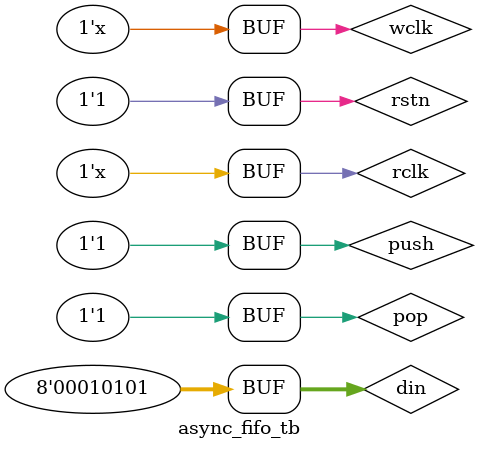
<source format=sv>
module async_fifo #(parameter DWIDTH=8,
		parameter FIFO_DEPTH=8) //should be 2^N
		(input logic wclk,rclk,rstn,
		input logic push,
		input logic [DWIDTH-1:0] din,
		input logic pop,
		output logic [DWIDTH-1:0] dout,
		output logic fifo_empty,fifo_full,
		output logic overflow,underflow);

	reg [DWIDTH-1:0] mem [0:FIFO_DEPTH-1];
	logic [$clog2(FIFO_DEPTH):0] rd_ptr,rd_ptr_w,rd_ptr_gray,rd_ptr_gray_t,rd_ptr_gray_tt;
	logic [$clog2(FIFO_DEPTH):0] wt_ptr,wt_ptr_r,wt_ptr_gray,wt_ptr_gray_t,wt_ptr_gray_tt;
	logic [DWIDTH-1:0] dout_n;
	
	//full logic
	assign fifo_full=(rd_ptr_w[$clog2(FIFO_DEPTH)]!=wt_ptr[$clog2(FIFO_DEPTH)])&&(rd_ptr_w[$clog2(FIFO_DEPTH)-1:0]==wt_ptr[$clog2(FIFO_DEPTH)-1:0]);
	assign overflow=fifo_full&push;
	//empty logic
	assign fifo_empty=(rd_ptr==wt_ptr_r)?1'b1:1'b0;
	assign underflow=fifo_empty&pop;
	
	//write pointer block and memory
	bin2gray #(.WIDTH($clog2(FIFO_DEPTH)+1)) rp_gray(wt_ptr,wt_ptr_gray);
	always_ff@(posedge wclk,negedge rstn)begin
		if(~rstn) begin
			wt_ptr<='d0;
		end else if(push & (~fifo_full)) begin
			mem[wt_ptr[$clog2(FIFO_DEPTH)-1:0]]<=din;
			wt_ptr<=wt_ptr+1'd1;
		end
	end

	always_ff@(posedge wclk,negedge rstn)begin
		if(~rstn) begin
			rd_ptr_gray_t<='d0;
			rd_ptr_gray_tt<='d0;
		end else begin
			rd_ptr_gray_t<=rd_ptr_gray;
			rd_ptr_gray_tt<=rd_ptr_gray_t;
		end
	end
	
	gray2bin #(.WIDTH($clog2(FIFO_DEPTH)+1)) gray2bin_rd(rd_ptr_gray_tt,rd_ptr_w);


	//read logic
	assign dout=mem[rd_ptr[$clog2(FIFO_DEPTH)-1:0]];

	//read pointer block
	bin2gray #(.WIDTH($clog2(FIFO_DEPTH)+1)) wp_gray(rd_ptr,rd_ptr_gray);
	always_ff@(posedge rclk,negedge rstn)begin
		if(~rstn) begin
			rd_ptr<='d0;
		end else if(pop & (~fifo_empty)) begin
			rd_ptr<=rd_ptr+1'd1;
		end
	end

	always_ff@(posedge rclk,negedge rstn)begin
		if(~rstn) begin
			wt_ptr_gray_t<='d0;
			wt_ptr_gray_tt<='d0;
		end else begin
			wt_ptr_gray_t<=wt_ptr_gray;
			wt_ptr_gray_tt<=wt_ptr_gray_t;
		end
	end
	
	gray2bin #(.WIDTH($clog2(FIFO_DEPTH)+1)) gray2bin_wt(wt_ptr_gray_tt,wt_ptr_r);
endmodule


module bin2gray #(parameter WIDTH=8)
		(input logic [WIDTH-1:0] bin,
		output logic [WIDTH-1:0] gray);

	assign gray=bin^{1'b0,bin[WIDTH-1:1]};

endmodule

module gray2bin #(parameter WIDTH=8)
		(input logic [WIDTH-1:0] gray,
		output logic [WIDTH-1:0] bin);
	
	assign bin[WIDTH-1]=gray[WIDTH-1];
	always_comb begin
		for(int i=1;i<WIDTH;i+=1) begin
			bin[WIDTH-1-i]=gray[WIDTH-1-i]^bin[WIDTH-i];
		end
	end
endmodule

module async_fifo_tb();
reg wclk,rclk;
reg[7:0] din;
wire[7:0] dout;
wire fifo_empty,fifo_full,overflow,underflow;
reg rstn;
reg push,pop;
async_fifo #(.DWIDTH(8),.FIFO_DEPTH(8))
	dut(wclk,rclk,rstn,push,din, pop,dout,fifo_empty,fifo_full,overflow,underflow);
initial begin
	#0 din=8'h0;
	#50 din=8'b00000001;
	#80 din=8'h2;
	#70 din=8'h3;
	#79 din=8'h4;
	#80 din=8'h5;
	#40 din=8'h6;
	#60 din=8'h7;
	#50 din=8'h8;
	#50 din=8'h9;
	#20 din=8'h10;
	#70 din=8'h11;
	#80 din=8'h12;
	#19 din=8'h13;
	#10 din=8'h14;
	#80 din=8'h15;
	end

initial begin
	wclk=1'b0;
	push=1'b0;
	rclk=1'b0;
	pop=1'b0;
end

always #50 wclk=~wclk; 
always #10 rclk=~rclk;

initial rstn=1'b0;
initial #50 rstn=1'b1;

initial #50 push=1'b1;
initial #50 pop=1'b1;
initial
$monitor( "$time data_out,empty ,full= %d %d %d",dout,fifo_empty,fifo_full);
endmodule
</source>
